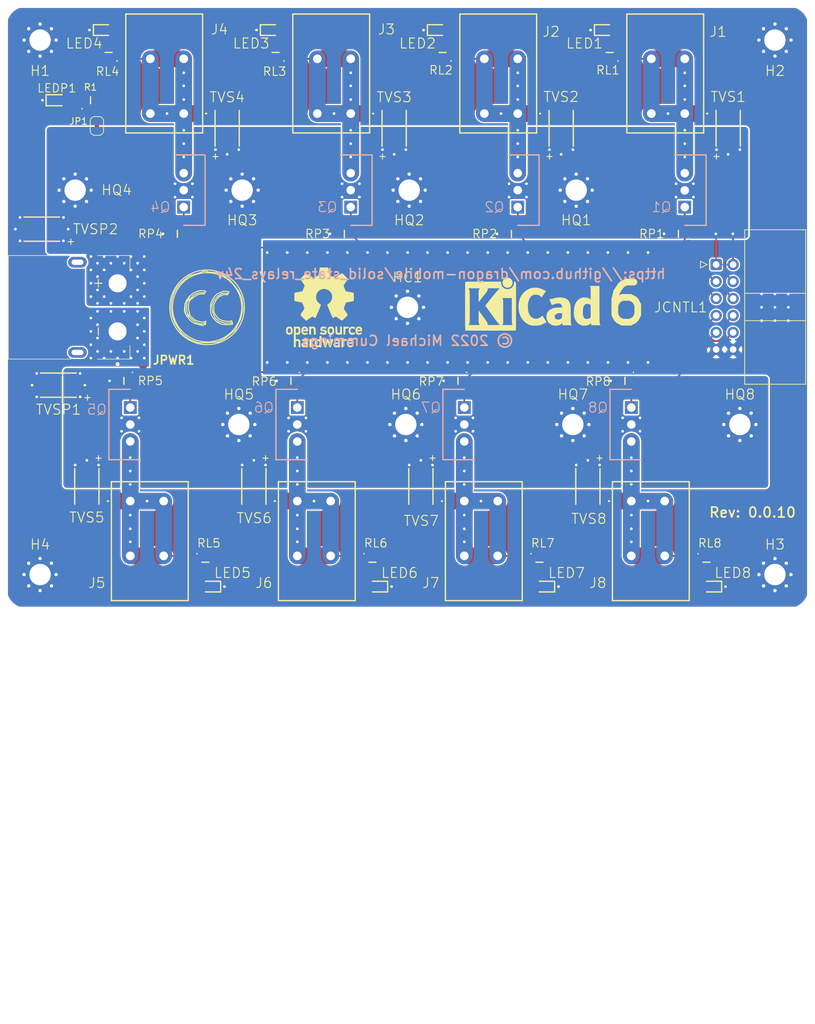
<source format=kicad_pcb>
(kicad_pcb (version 20211014) (generator pcbnew)
  (title_block (title "Solid State Relays 24V") (date "2022-07-13") (rev "0.0.10") (comment 2 "creativecommons.org/licenses/by/4.0/") (comment 3 "License: CC By 4.0") (comment 4 "Author: Michael Cummings"))
  (layers (0 "F.Cu" mixed) (31 "B.Cu" mixed) (34 "B.Paste" user) (35 "F.Paste" user) (36 "B.SilkS" user "B.Silkscreen") (37 "F.SilkS" user "F.Silkscreen") (38 "B.Mask" user) (39 "F.Mask" user) (44 "Edge.Cuts" user))
  (net 0 "")
  (net 1 "GNDPWR")
  (net 2 "+BATT")
  (net 3 "/a1")
  (net 4 "/a5")
  (net 5 "/a2")
  (net 6 "/a6")
  (net 7 "/a3")
  (net 8 "/a7")
  (net 9 "/a4")
  (net 10 "/a8")
  (net 11 "OUT1")
  (net 12 "OUT2")
  (net 13 "OUT3")
  (net 14 "OUT4")
  (net 15 "OUT5")
  (net 16 "OUT6")
  (net 17 "OUT7")
  (net 18 "OUT8")
  (net 19 "Net-(LED1-Pad2)")
  (net 20 "Net-(LED2-Pad2)")
  (net 21 "Net-(LED3-Pad2)")
  (net 22 "Net-(LED4-Pad2)")
  (net 23 "Net-(LED5-Pad2)")
  (net 24 "Net-(LED6-Pad2)")
  (net 25 "Net-(LED7-Pad2)")
  (net 26 "Net-(LED8-Pad2)")
  (net 27 "Net-(LEDP1-Pad2)")
  (net 28 "Net-(JP1-Pad2)")
  (footprint "MountingHole:MountingHole_3.2mm_M3_Pad_Via" (layer "F.Cu") (at 55 55)
    (fp_text reference "H1")
    (fp_text value "MountingHole" hide)
  )
  (footprint "dragon_mobile:RESC2012X65N" (layer "F.Cu") (at 150.55 84 180)
    (fp_text reference "RP1")
    (fp_text value "10k" hide)
  )
  (footprint "dragon_mobile:SMBJ36CATR" (layer "F.Cu") (at 83 68.2 90)
    (fp_text reference "TVS4")
    (fp_text value "SM6T30AY" hide)
  )
  (footprint "MountingHole:MountingHole_3.2mm_M3_Pad_Via" (layer "F.Cu") (at 55 135)
    (fp_text reference "H4")
    (fp_text value "MountingHole" hide)
  )
  (footprint "dragon_mobile:RESC2012X65N" (layer "F.Cu") (at 75.55 84 180)
    (fp_text reference "RP4")
    (fp_text value "10k" hide)
  )
  (footprint "dragon_mobile:SMBJ36CATR" (layer "F.Cu") (at 137 121.8 -90)
    (fp_text reference "TVS8")
    (fp_text value "SM6T30AY" hide)
  )
  (footprint "dragon_mobile:RESC2012X65N" (layer "F.Cu") (at 142.55 106 180)
    (fp_text reference "RP8")
    (fp_text value "10k" hide)
  )
  (footprint "MountingHole:MountingHole_3.2mm_M3_Pad_Via" (layer "F.Cu") (at 85.25 77.46)
    (fp_text reference "HQ3")
    (fp_text value "HeatsinkHole" hide)
  )
  (footprint "dragon_mobile:SMBJ36CATR" (layer "F.Cu") (at 108 68.2 90)
    (fp_text reference "TVS3")
    (fp_text value "SM6T30AY" hide)
  )
  (footprint "Jumper:SolderJumper-2_P1.3mm_Bridged_RoundedPad1.0x1.5mm" (layer "F.Cu") (at 63.5 67.85 90)
    (fp_text reference "JP1")
    (fp_text value "SolderJumper_2_Bridged" hide)
  )
  (footprint "dragon_mobile:RESC2012X65N" (layer "F.Cu") (at 117.55 106 180)
    (fp_text reference "RP7")
    (fp_text value "10k" hide)
  )
  (footprint "MountingHole:MountingHole_3.2mm_M3_Pad_Via" (layer "F.Cu") (at 165 55)
    (fp_text reference "H2")
    (fp_text value "MountingHole" hide)
  )
  (footprint "MountingHole:MountingHole_3.2mm_M3_Pad_Via" (layer "F.Cu") (at 60.25 77.46)
    (fp_text reference "HQ4")
    (fp_text value "HeatsinkHole" hide)
  )
  (footprint "dragon_mobile:RESC2012X65N" (layer "F.Cu") (at 100.55 84 180)
    (fp_text reference "RP3")
    (fp_text value "10k" hide)
  )
  (footprint "dragon_mobile:SMBJ36CATR" (layer "F.Cu") (at 62 121.8 -90)
    (fp_text reference "TVS5")
    (fp_text value "SM6T30AY" hide)
  )
  (footprint "dragon_mobile:RESC2012X65N" (layer "F.Cu") (at 129.75 133.15 -90)
    (fp_text reference "RL7")
    (fp_text value "1k5" hide)
  )
  (footprint "dragon_mobile:1190297" (layer "F.Cu") (at 101.5 66 180)
    (fp_text reference "J3")
    (fp_text value "1190297" hide)
  )
  (footprint "dragon_mobile:SMBJ36CATR" (layer "F.Cu") (at 133 68.2 90)
    (fp_text reference "TVS2")
    (fp_text value "SM6T30AY" hide)
  )
  (footprint "dragon_mobile:LEDC1607X80N" (layer "F.Cu") (at 105.5 136.8 180)
    (fp_text reference "LED6")
    (fp_text value "LTST-C190KFKT" hide)
  )
  (footprint "MountingHole:MountingHole_3.2mm_M3_Pad_Via" (layer "F.Cu") (at 165 135)
    (fp_text reference "H3")
    (fp_text value "MountingHole" hide)
  )
  (footprint "dragon_mobile:1190297" (layer "F.Cu") (at 76.5 66 180)
    (fp_text reference "J4")
    (fp_text value "1190297" hide)
  )
  (footprint "dragon_mobile:RESC2012X65N" (layer "F.Cu") (at 140.25 56.85 90)
    (fp_text reference "RL1")
    (fp_text value "1k5" hide)
  )
  (footprint "MountingHole:MountingHole_3.2mm_M3_Pad_Via" (layer "F.Cu") (at 109.75 112.54)
    (fp_text reference "HQ6")
    (fp_text value "HeatsinkHole" hide)
  )
  (footprint "dragon_mobile:1190297" (layer "F.Cu") (at 118.5 124)
    (fp_text reference "J7")
    (fp_text value "1190297" hide)
  )
  (footprint "dragon_mobile:RESC2012X65N" (layer "F.Cu") (at 104.75 133.15 -90)
    (fp_text reference "RL6")
    (fp_text value "1k5" hide)
  )
  (footprint "dragon_mobile:SMBJ36CATR" (layer "F.Cu") (at 112 121.8 -90)
    (fp_text reference "TVS7")
    (fp_text value "SM6T30AY" hide)
  )
  (footprint "dragon_mobile:RESC2012X65N" (layer "F.Cu") (at 154.75 133.15 -90)
    (fp_text reference "RL8")
    (fp_text value "1k5" hide)
  )
  (footprint "dragon_mobile:LEDC1607X80N" (layer "F.Cu") (at 114.5 53.5)
    (fp_text reference "LED2")
    (fp_text value "LTST-C190KFKT" hide)
  )
  (footprint "dragon_mobile:LEDC1607X80N" (layer "F.Cu") (at 155.5 136.8 180)
    (fp_text reference "LED8")
    (fp_text value "LTST-C190KFKT" hide)
  )
  (footprint "dragon_mobile:1190297" (layer "F.Cu") (at 151.5 66 180)
    (fp_text reference "J1")
    (fp_text value "1190297" hide)
  )
  (footprint "dragon_mobile:RESC2012X65N" (layer "F.Cu") (at 125.55 84 180)
    (fp_text reference "RP2")
    (fp_text value "10k" hide)
  )
  (footprint "dragon_mobile:1190297" (layer "F.Cu") (at 126.5 66 180)
    (fp_text reference "J2")
    (fp_text value "1190297" hide)
  )
  (footprint "dragon_mobile:RESC2012X65N" (layer "F.Cu") (at 92.55 106 180)
    (fp_text reference "RP6")
    (fp_text value "10k" hide)
  )
  (footprint "Connector_IDC:IDC-Header_2x06_P2.54mm_Horizontal" (layer "F.Cu") (at 156.2 88.6)
    (fp_text reference "JCNTL1")
    (fp_text value "Conn_02x06_Odd_Even" hide)
  )
  (footprint "MountingHole:MountingHole_3.2mm_M3_Pad_Via" (layer "F.Cu") (at 134.75 112.54)
    (fp_text reference "HQ7")
    (fp_text value "HeatsinkHole" hide)
  )
  (footprint "MountingHole:MountingHole_3.2mm_M3_Pad_Via" (layer "F.Cu") (at 84.75 112.54)
    (fp_text reference "HQ5")
    (fp_text value "HeatsinkHole" hide)
  )
  (footprint "dragon_mobile:RESC2012X65N" (layer "F.Cu") (at 79.75 133.15 -90)
    (fp_text reference "RL5")
    (fp_text value "1k5" hide)
  )
  (footprint "dragon_mobile:1190297" (layer "F.Cu") (at 68.5 124)
    (fp_text reference "J5")
    (fp_text value "1190297" hide)
  )
  (footprint "dragon_mobile:XT60PWM" (layer "F.Cu") (at 66.6 95 90)
    (fp_text reference "JPWR1")
    (fp_text value "XT60PW-M" hide)
  )
  (footprint "dragon_mobile:SMBJ36CATR" (layer "F.Cu") (at 158 68.2 90)
    (fp_text reference "TVS1")
    (fp_text value "SM6T30AY" hide)
  )
  (footprint "Symbol:Symbol_CreativeCommons_SilkScreenTop_Type2_Big" (layer "F.Cu") (at 80 95)
    (fp_text reference "#LOGO2" hide)
    (fp_text value "Symbol_CreativeCommons_SilkScreenTop_Type2_Big" hide)
  )
  (footprint "dragon_mobile:LEDC1607X80N" (layer "F.Cu") (at 64.5 53.5)
    (fp_text reference "LED4")
    (fp_text value "LTST-C190KFKT" hide)
  )
  (footprint "dragon_mobile:LEDC1608X80N" (layer "F.Cu") (at 57.5 64)
    (fp_text reference "LEDP1")
    (fp_text value "LTST-C190KGKT" hide)
  )
  (footprint "MountingHole:MountingHole_3.2mm_M3_Pad_Via" (layer "F.Cu") (at 110 95)
    (fp_text reference "HC1")
    (fp_text value "MountingHole" hide)
  )
  (footprint "dragon_mobile:RESC2012X65N" (layer "F.Cu") (at 90.25 56.85 90)
    (fp_text reference "RL3")
    (fp_text value "1k5" hide)
  )
  (footprint "dragon_mobile:RESC2012X65N" (layer "F.Cu") (at 67.55 106 180)
    (fp_text reference "RP5")
    (fp_text value "10k" hide)
  )
  (footprint "dragon_mobile:LEDC1607X80N" (layer "F.Cu") (at 89.5 53.5)
    (fp_text reference "LED3")
    (fp_text value "LTST-C190KFKT" hide)
  )
  (footprint "Symbol:OSHW-Logo_11.4x12mm_SilkScreen" (layer "F.Cu") (at 97.5 95)
    (fp_text reference "#LOGO1" hide)
    (fp_text value "Open Source Hardware" hide)
  )
  (footprint "dragon_mobile:RESC2012X65N" (layer "F.Cu") (at 65.25 56.85 90)
    (fp_text reference "RL4")
    (fp_text value "1k5" hide)
  )
  (footprint "dragon_mobile:LEDC1607X80N" (layer "F.Cu") (at 139.5 53.5)
    (fp_text reference "LED1")
    (fp_text value "LTST-C190KFKT" hide)
  )
  (footprint "dragon_mobile:1190297" (layer "F.Cu") (at 93.5 124)
    (fp_text reference "J6")
    (fp_text value "1190297" hide)
  )
  (footprint "dragon_mobile:RESC2012X65N" (layer "F.Cu") (at 62.55 64)
    (fp_text reference "R1")
    (fp_text value "1k5" hide)
  )
  (footprint "dragon_mobile:1190297" (layer "F.Cu") (at 143.5 124)
    (fp_text reference "J8")
    (fp_text value "1190297" hide)
  )
  (footprint "MountingHole:MountingHole_3.2mm_M3_Pad_Via" (layer "F.Cu") (at 159.75 112.54)
    (fp_text reference "HQ8")
    (fp_text value "HeatsinkHole" hide)
  )
  (footprint "dragon_mobile:LEDC1607X80N" (layer "F.Cu") (at 130.5 136.8 180)
    (fp_text reference "LED7")
    (fp_text value "LTST-C190KFKT" hide)
  )
  (footprint "dragon_mobile:SMBJ36CATR" (layer "F.Cu") (at 57.75 106.65 180)
    (fp_text reference "TVSP1")
    (fp_text value "SM6T30AY" hide)
  )
  (footprint "dragon_mobile:SMBJ36CATR" (layer "F.Cu") (at 87 121.8 -90)
    (fp_text reference "TVS6")
    (fp_text value "SM6T30AY" hide)
  )
  (footprint "Symbol:KiCad-Logo_8mm_SilkScreen" (layer "F.Cu") (at 128.75 94.5)
    (fp_text reference "#LOGO3" hide)
    (fp_text value "6")
  )
  (footprint "MountingHole:MountingHole_3.2mm_M3_Pad_Via" (layer "F.Cu") (at 135.25 77.46)
    (fp_text reference "HQ1")
    (fp_text value "HeatsinkHole" hide)
  )
  (footprint "dragon_mobile:LEDC1607X80N" (layer "F.Cu") (at 80.5 136.8 180)
    (fp_text reference "LED5")
    (fp_text value "LTST-C190KFKT" hide)
  )
  (footprint "dragon_mobile:RESC2012X65N" (layer "F.Cu") (at 115.25 56.85 90)
    (fp_text reference "RL2")
    (fp_text value "1k5" hide)
  )
  (footprint "dragon_mobile:SMBJ36CATR" (layer "F.Cu") (at 55.25 83.3 180)
    (fp_text reference "TVSP2")
    (fp_text value "SM6T30AY" hide)
  )
  (footprint "MountingHole:MountingHole_3.2mm_M3_Pad_Via" (layer "F.Cu") (at 110.25 77.46)
    (fp_text reference "HQ2")
    (fp_text value "HeatsinkHole" hide)
  )
  (footprint "dragon_mobile:TO254P469X1042X1967-3P" (layer "B.Cu") (at 143.5 110 -90)
    (fp_text reference "Q8")
    (fp_text value "IRF4905PBF" hide)
  )
  (footprint "dragon_mobile:TO254P469X1042X1967-3P" (layer "B.Cu") (at 151.5 80 90)
    (fp_text reference "Q1")
    (fp_text value "IRF4905PBF" hide)
  )
  (footprint "dragon_mobile:TO254P469X1042X1967-3P" (layer "B.Cu") (at 76.5 80 90)
    (fp_text reference "Q4")
    (fp_text value "IRF4905PBF" hide)
  )
  (footprint "dragon_mobile:TO254P469X1042X1967-3P" (layer "B.Cu") (at 68.5 110 -90)
    (fp_text reference "Q5")
    (fp_text value "IRF4905PBF" hide)
  )
  (footprint "dragon_mobile:TO254P469X1042X1967-3P" (layer "B.Cu") (at 101.5 80 90)
    (fp_text reference "Q3")
    (fp_text value "IRF4905PBF" hide)
  )
  (footprint "dragon_mobile:TO254P469X1042X1967-3P" (layer "B.Cu") (at 126.5 80 90)
    (fp_text reference "Q2")
    (fp_text value "IRF4905PBF" hide)
  )
  (footprint "dragon_mobile:TO254P469X1042X1967-3P" (layer "B.Cu") (at 118.5 110 -90)
    (fp_text reference "Q7")
    (fp_text value "IRF4905PBF" hide)
  )
  (footprint "dragon_mobile:TO254P469X1042X1967-3P" (layer "B.Cu") (at 93.5 110 -90)
    (fp_text reference "Q6")
    (fp_text value "IRF4905PBF" hide)
  )
  (gr_rect (start 50 50) (end 170 140) (layer "Edge.Cuts") (width 0.001) (fill none))
  (gr_text "© 2022 Michael Cummings" (at 110 100) (layer "B.SilkS") (effects (font (size 1.5 1.5) (thickness 0.25)) (justify mirror)))
  (gr_text "https://github.com/dragon-mobile/solid_state_relays_24v" (at 115 90) (layer "B.SilkS") (effects (font (size 1.5 1.5) (thickness 0.25)) (justify mirror)))
  (gr_text "+" (at 88.75 117.5) (layer "F.SilkS") (effects (font (size 1 1))))
  (gr_text "Rev: 0.0.10" (at 161.65 125.7) (layer "F.SilkS") (effects (font (size 1.5 1.5) (thickness 0.25))))
  (gr_text "+" (at 131.25 72.5 180) (layer "F.SilkS") (effects (font (size 1 1))))
  (gr_text "+" (at 106.25 72.5 180) (layer "F.SilkS") (effects (font (size 1 1))))
  (gr_text "+" (at 113.75 117.5) (layer "F.SilkS") (effects (font (size 1 1))))
  (gr_text "+" (at 63.75 117.5) (layer "F.SilkS") (effects (font (size 1 1))))
  (gr_text "+" (at 138.75 117.5) (layer "F.SilkS") (effects (font (size 1 1))))
  (gr_text "+" (at 156.25 72.5 180) (layer "F.SilkS") (effects (font (size 1 1))))
  (gr_text "+" (at 62.1 108.45) (layer "F.SilkS") (effects (font (size 1 1))))
  (gr_text "+" (at 81.25 72.5 180) (layer "F.SilkS") (effects (font (size 1 1))))
  (gr_text "+" (at 59.6 85.1) (layer "F.SilkS") (effects (font (size 1 1))))
  (via (at 63.6 95.6) (size 0.8) (drill 0.4) (layers "F.Cu" "B.Cu") (net 1))
  (via (at 125 86.8) (size 0.8) (drill 0.4) (layers "F.Cu" "B.Cu") (net 1))
  (via (at 64.6 102.6) (size 0.8) (drill 0.4) (layers "F.Cu" "B.Cu") (net 1))
  (via (at 52 81.55) (size 0.8) (drill 0.4) (layers "F.Cu" "B.Cu") (net 1))
  (via (at 104 103.25) (size 0.8) (drill 0.4) (layers "F.Cu" "B.Cu") (net 1))
  (via (at 98 86.8) (size 0.8) (drill 0.4) (layers "F.Cu" "B.Cu") (net 1))
  (via (at 62.6 102.6) (size 0.8) (drill 0.4) (layers "F.Cu" "B.Cu") (net 1))
  (via (at 167 93) (size 0.8) (drill 0.4) (layers "F.Cu" "B.Cu") (net 1))
  (via (at 89 103.25) (size 0.8) (drill 0.4) (layers "F.Cu" "B.Cu") (net 1))
  (via (at 146 86.8) (size 0.8) (drill 0.4) (layers "F.Cu" "B.Cu") (net 1))
  (via (at 70.6 100.6) (size 0.8) (drill 0.4) (layers "F.Cu" "B.Cu") (net 1))
  (via (at 112.4 53.5) (size 0.8) (drill 0.4) (layers "F.Cu" "B.Cu") (net 1))
  (via (at 62.6 100.6) (size 0.8) (drill 0.4) (layers "F.Cu" "B.Cu") (net 1))
  (via (at 110 103.25) (size 0.8) (drill 0.4) (layers "F.Cu" "B.Cu") (net 1))
  (via (at 54.5 104.9) (size 0.8) (drill 0.4) (layers "F.Cu" "B.Cu") (net 1))
  (via (at 113 86.8) (size 0.8) (drill 0.4) (layers "F.Cu" "B.Cu") (net 1))
  (via (at 163 93) (size 0.8) (drill 0.4) (layers "F.Cu" "B.Cu") (net 1))
  (via (at 69.6 95.6) (size 0.8) (drill 0.4) (layers "F.Cu" "B.Cu") (net 1))
  (via (at 82.6 136.8) (size 0.8) (drill 0.4) (layers "F.Cu" "B.Cu") (net 1))
  (via (at 62.4 53.5) (size 0.8) (drill 0.4) (layers "F.Cu" "B.Cu") (net 1))
  (via (at 116 86.8) (size 0.8) (drill 0.4) (layers "F.Cu" "B.Cu") (net 1))
  (via (at 116 103.25) (size 0.8) (drill 0.4) (layers "F.Cu" "B.Cu") (net 1))
  (via (at 63.6 99.6) (size 0.8) (drill 0.4) (layers "F.Cu" "B.Cu") (net 1))
  (via (at 70.6 102.6) (size 0.8) (drill 0.4) (layers "F.Cu" "B.Cu") (net 1))
  (via (at 143 103.25) (size 0.8) (drill 0.4) (layers "F.Cu" "B.Cu") (net 1))
  (via (at 63.6 101.6) (size 0.8) (drill 0.4) (layers "F.Cu" "B.Cu") (net 1))
  (via (at 104 86.8) (size 0.8) (drill 0.4) (layers "F.Cu" "B.Cu") (net 1))
  (via (at 107 103.25) (size 0.8) (drill 0.4) (layers "F.Cu" "B.Cu") (net 1))
  (via (at 87.4 53.5) (size 0.8) (drill 0.4) (layers "F.Cu" "B.Cu") (net 1))
  (via (at 63.6 97.6) (size 0.8) (drill 0.4) (layers "F.Cu" "B.Cu") (net 1))
  (via (at 51.3 83.3) (size 0.8) (drill 0.4) (layers "F.Cu" "B.Cu") (net 1))
  (via (at 131 86.8) (size 0.8) (drill 0.4) (layers "F.Cu" "B.Cu") (net 1))
  (via (at 54.5 108.4) (size 0.8) (drill 0.4) (layers "F.Cu" "B.Cu") (net 1))
  (via (at 132.6 136.8) (size 0.8) (drill 0.4) (layers "F.Cu" "B.Cu") (net 1))
  (via (at 52 85.05) (size 0.8) (drill 0.4) (layers "F.Cu" "B.Cu") (net 1))
  (via (at 163 97) (size 0.8) (drill 0.4) (layers "F.Cu" "B.Cu") (net 1))
  (via (at 101 86.8) (size 0.8) (drill 0.4) (layers "F.Cu" "B.Cu") (net 1))
  (via (at 70.6 96.6) (size 0.8) (drill 0.4) (layers "F.Cu" "B.Cu") (net 1))
  (via (at 68.6 102.6) (size 0.8) (drill 0.4) (layers "F.Cu" "B.Cu") (net 1))
  (via (at 134 86.8) (size 0.8) (drill 0.4) (layers "F.Cu" "B.Cu") (net 1))
  (via (at 62.6 98.6) (size 0.8) (drill 0.4) (layers "F.Cu" "B.Cu") (net 1))
  (via (at 101 103.25) (size 0.8) (drill 0.4) (layers "F.Cu" "B.Cu") (net 1))
  (via (at 107.6 136.8) (size 0.8) (drill 0.4) (layers "F.Cu" "B.Cu") (net 1))
  (via (at 157.6 136.8) (size 0.8) (drill 0.4) (layers "F.Cu" "B.Cu") (net 1))
  (via (at 95 86.8) (size 0.8) (drill 0.4) (layers "F.Cu" "B.Cu") (net 1))
  (via (at 107 86.8) (size 0.8) (drill 0.4) (layers "F.Cu" "B.Cu") (net 1))
  (via (at 163 95) (size 0.8) (drill 0.4) (layers "F.Cu" "B.Cu") (net 1))
  (via (at 65.6 95.6) (size 0.8) (drill 0.4) (layers "F.Cu" "B.Cu") (net 1))
  (via (at 67.6 95.6) (size 0.8) (drill 0.4) (layers "F.Cu" "B.Cu") (net 1))
  (via (at 122 103.25) (size 0.8) (drill 0.4) (layers "F.Cu" "B.Cu") (net 1))
  (via (at 55.35 64) (size 0.8) (drill 0.4) (layers "F.Cu" "B.Cu") (net 1))
  (via (at 165 97) (size 0.8) (drill 0.4) (layers "F.Cu" "B.Cu") (net 1))
  (via (at 110 86.8) (size 0.8) (drill 0.4) (layers "F.Cu" "B.Cu") (net 1))
  (via (at 95 103.25) (size 0.8) (drill 0.4) (layers "F.Cu" "B.Cu") (net 1))
  (via (at 131 103.25) (size 0.8) (drill 0.4) (layers "F.Cu" "B.Cu") (net 1))
  (via (at 67.6 101.6) (size 0.8) (drill 0.4) (layers "F.Cu" "B.Cu") (net 1))
  (via (at 140 86.8) (size 0.8) (drill 0.4) (layers "F.Cu" "B.Cu") (net 1))
  (via (at 119 103.25) (size 0.8) (drill 0.4) (layers "F.Cu" "B.Cu") (net 1))
  (via (at 137 86.8) (size 0.8) (drill 0.4) (layers "F.Cu" "B.Cu") (net 1))
  (via (at 119 86.8) (size 0.8) (drill 0.4) (layers "F.Cu" "B.Cu") (net 1))
  (via (at 146 103.25) (size 0.8) (drill 0.4) (layers "F.Cu" "B.Cu") (net 1))
  (via (at 137 103.25) (size 0.8) (drill 0.4) (layers "F.Cu" "B.Cu") (net 1))
  (via (at 165 93) (size 0.8) (drill 0.4) (layers "F.Cu" "B.Cu") (net 1))
  (via (at 69.6 97.6) (size 0.8) (drill 0.4) (layers "F.Cu" "B.Cu") (net 1))
  (via (at 165 95) (size 0.8) (drill 0.4) (layers "F.Cu" "B.Cu") (net 1))
  (via (at 113 103.25) (size 0.8) (drill 0.4) (layers "F.Cu" "B.Cu") (net 1))
  (via (at 92 86.8) (size 0.8) (drill 0.4) (layers "F.Cu" "B.Cu") (net 1))
  (via (at 137.4 53.5) (size 0.8) (drill 0.4) (layers "F.Cu" "B.Cu") (net 1))
  (via (at 66.6 102.6) (size 0.8) (drill 0.4) (layers "F.Cu" "B.Cu") (net 1))
  (via (at 128 86.8) (size 0.8) (drill 0.4) (layers "F.Cu" "B.Cu") (net 1))
  (via (at 69.6 101.6) (size 0.8) (drill 0.4) (layers "F.Cu" "B.Cu") (net 1))
  (via (at 167 95) (size 0.8) (drill 0.4) (layers "F.Cu" "B.Cu") (net 1))
  (via (at 62.6 96.6) (size 0.8) (drill 0.4) (layers "F.Cu" "B.Cu") (net 1))
  (via (at 53.8 106.65) (size 0.8) (drill 0.4) (layers "F.Cu" "B.Cu") (net 1))
  (via (at 140 103.25) (size 0.8) (drill 0.4) (layers "F.Cu" "B.Cu") (net 1))
  (via (at 125 103.25) (size 0.8) (drill 0.4) (layers "F.Cu" "B.Cu") (net 1))
  (via (at 92 103.25) (size 0.8) (drill 0.4) (layers "F.Cu" "B.Cu") (net 1))
  (via (at 167 97) (size 0.8) (drill 0.4) (layers "F.Cu" "B.Cu") (net 1))
  (via (at 69.6 99.6) (size 0.8) (drill 0.4) (layers "F.Cu" "B.Cu") (net 1))
  (via (at 143 86.8) (size 0.8) (drill 0.4) (layers "F.Cu" "B.Cu") (net 1))
  (via (at 89 86.8) (size 0.8) (drill 0.4) (layers "F.Cu" "B.Cu") (net 1))
  (via (at 98 103.25) (size 0.8) (drill 0.4) (layers "F.Cu" "B.Cu") (net 1))
  (via (at 65.6 101.6) (size 0.8) (drill 0.4) (layers "F.Cu" "B.Cu") (net 1))
  (via (at 122 86.8) (size 0.8) (drill 0.4) (layers "F.Cu" "B.Cu") (net 1))
  (via (at 128 103.25) (size 0.8) (drill 0.4) (layers "F.Cu" "B.Cu") (net 1))
  (via (at 70.6 98.6) (size 0.8) (drill 0.4) (layers "F.Cu" "B.Cu") (net 1))
  (via (at 134 103.25) (size 0.8) (drill 0.4) (layers "F.Cu" "B.Cu") (net 1))
  (segment (start 158.74 88.6) (end 158.74 84.01) (width 0.25) (layer "F.Cu") (net 2))
  (via (at 73.4 84) (size 0.8) (drill 0.4) (layers "F.Cu" "B.Cu") (net 2))
  (via (at 142.2 111.55) (size 0.8) (drill 0.4) (layers "F.Cu" "B.Cu") (net 2))
  (via (at 64.6 87.4) (size 0.8) (drill 0.4) (layers "F.Cu" "B.Cu") (net 2))
  (via (at 94.8 111.55) (size 0.8) (drill 0.4) (layers "F.Cu" "B.Cu") (net 2))
  (via (at 61 108.4) (size 0.8) (drill 0.4) (layers "F.Cu" "B.Cu") (net 2))
  (via (at 69.8 113.55) (size 0.8) (drill 0.4) (layers "F.Cu" "B.Cu") (net 2))
  (via (at 150.2 76.5) (size 0.8) (drill 0.4) (layers "F.Cu" "B.Cu") (net 2))
  (via (at 135.25 118.6) (size 0.8) (drill 0.4) (layers "F.Cu" "B.Cu") (net 2))
  (via (at 127.8 76.5) (size 0.8) (drill 0.4) (layers "F.Cu" "B.Cu") (net 2))
  (via (at 152.8 78.5) (size 0.8) (drill 0.4) (layers "F.Cu" "B.Cu") (net 2))
  (via (at 68.6 93.4) (size 0.8) (drill 0.4) (layers "F.Cu" "B.Cu") (net 2))
  (via (at 81.25 71.4) (size 0.8) (drill 0.4) (layers "F.Cu" "B.Cu") (net 2))
  (via (at 58.5 81.55) (size 0.8) (drill 0.4) (layers "F.Cu" "B.Cu") (net 2))
  (via (at 63.6 88.4) (size 0.8) (drill 0.4) (layers "F.Cu" "B.Cu") (net 2))
  (via (at 68.6 89.4) (size 0.8) (drill 0.4) (layers "F.Cu" "B.Cu") (net 2))
  (via (at 63.6 90.4) (size 0.8) (drill 0.4) (layers "F.Cu" "B.Cu") (net 2))
  (via (at 87 117.9) (size 0.8) (drill 0.4) (layers "F.Cu" "B.Cu") (net 2))
  (via (at 119.8 113.55) (size 0.8) (drill 0.4) (layers "F.Cu" "B.Cu") (net 2))
  (via (at 68.6 87.4) (size 0.8) (drill 0.4) (layers "F.Cu" "B.Cu") (net 2))
  (via (at 133 72.1) (size 0.8) (drill 0.4) (layers "F.Cu" "B.Cu") (net 2))
  (via (at 138.75 118.6) (size 0.8) (drill 0.4) (layers "F.Cu" "B.Cu") (net 2))
  (via (at 64.6 89.4) (size 0.8) (drill 0.4) (layers "F.Cu" "B.Cu") (net 2))
  (via (at 69.6 88.4) (size 0.8) (drill 0.4) (layers "F.Cu" "B.Cu") (net 2))
  (via (at 63.6 92.4) (size 0.8) (drill 0.4) (layers "F.Cu" "B.Cu") (net 2))
  (via (at 70.6 89.4) (size 0.8) (drill 0.4) (layers "F.Cu" "B.Cu") (net 2))
  (via (at 62.6 89.4) (size 0.8) (drill 0.4) (layers "F.Cu" "B.Cu") (net 2))
  (via (at 94.8 113.55) (size 0.8) (drill 0.4) (layers "F.Cu" "B.Cu") (net 2))
  (via (at 148.4 84) (size 0.8) (drill 0.4) (layers "F.Cu" "B.Cu") (net 2))
  (via (at 144.8 111.55) (size 0.8) (drill 0.4) (layers "F.Cu" "B.Cu") (net 2))
  (via (at 140.4 106) (size 0.8) (drill 0.4) (layers "F.Cu" "B.Cu") (net 2))
  (via (at 62 117.9) (size 0.8) (drill 0.4) (layers "F.Cu" "B.Cu") (net 2))
  (via (at 125.2 78.5) (size 0.8) (drill 0.4) (layers "F.Cu" "B.Cu") (net 2))
  (via (at 102.8 78.5) (size 0.8) (drill 0.4) (layers "F.Cu" "B.Cu") (net 2))
  (via (at 119.8 111.55) (size 0.8) (drill 0.4) (layers "F.Cu" "B.Cu") (net 2))
  (via (at 150.2 78.5) (size 0.8) (drill 0.4) (layers "F.Cu" "B.Cu") (net 2))
  (via (at 84.75 71.4) (size 0.8) (drill 0.4) (layers "F.Cu" "B.Cu") (net 2))
  (via (at 131.25 71.4) (size 0.8) (drill 0.4) (layers "F.Cu" "B.Cu") (net 2))
  (via (at 77.8 78.5) (size 0.8) (drill 0.4) (layers "F.Cu" "B.Cu") (net 2))
  (via (at 69.6 94.4) (size 0.8) (drill 0.4) (layers "F.Cu" "B.Cu") (net 2))
  (via (at 92.2 113.55) (size 0.8) (drill 0.4) (layers "F.Cu" "B.Cu") (net 2))
  (via (at 77.8 76.5) (size 0.8) (drill 0.4) (layers "F.Cu" "B.Cu") (net 2))
  (via (at 75.2 76.5) (size 0.8) (drill 0.4) (layers "F.Cu" "B.Cu") (net 2))
  (via (at 144.8 113.55) (size 0.8) (drill 0.4) (layers "F.Cu" "B.Cu") (net 2))
  (via (at 67.2 113.55) (size 0.8) (drill 0.4) (layers "F.Cu" "B.Cu") (net 2))
  (via (at 115.4 106) (size 0.8) (drill 0.4) (layers "F.Cu" "B.Cu") (net 2))
  (via (at 100.2 78.5) (size 0.8) (drill 0.4) (layers "F.Cu" "B.Cu") (net 2))
  (via (at 83 72.1) (size 0.8) (drill 0.4) (layers "F.Cu" "B.Cu") (net 2))
  (via (at 65.4 106) (size 0.8) (drill 0.4) (layers "F.Cu" "B.Cu") (net 2))
  (via (at 61.7 106.65) (size 0.8) (drill 0.4) (layers "F.Cu" "B.Cu") (net 2))
  (via (at 156.25 71.4) (size 0.8) (drill 0.4) (layers "F.Cu" "B.Cu") (net 2))
  (via (at 125.2 76.5) (size 0.8) (drill 0.4) (layers "F.Cu" "B.Cu") (net 2))
  (via (at 156.15 84) (size 0.8) (drill 0.4) (layers "F.Cu" "B.Cu") (net 2))
  (via (at 100.2 76.5) (size 0.8) (drill 0.4) (layers "F.Cu" "B.Cu") (net 2))
  (via (at 63.6 94.4) (size 0.8) (drill 0.4) (layers "F.Cu" "B.Cu") (net 2))
  (via (at 142.2 113.55) (size 0.8) (drill 0.4) (layers "F.Cu" "B.Cu") (net 2))
  (via (at 59.2 83.3) (size 0.8) (drill 0.4) (layers "F.Cu" "B.Cu") (net 2))
  (via (at 60.25 118.6) (size 0.8) (drill 0.4) (layers "F.Cu" "B.Cu") (net 2))
  (via (at 110.25 118.6) (size 0.8) (drill 0.4) (layers "F.Cu" "B.Cu") (net 2))
  (via (at 106.25 71.4) (size 0.8) (drill 0.4) (layers "F.Cu" "B.Cu") (net 2))
  (via (at 127.8 78.5) (size 0.8) (drill 0.4) (layers "F.Cu" "B.Cu") (net 2))
  (via (at 75.2 78.5) (size 0.8) (drill 0.4) (layers "F.Cu" "B.Cu") (net 2))
  (via (at 108 72.1) (size 0.8) (drill 0.4) (layers "F.Cu" "B.Cu") (net 2))
  (via (at 67.6 94.4) (size 0.8) (drill 0.4) (layers "F.Cu" "B.Cu") (net 2))
  (via (at 123.4 84) (size 0.8) (drill 0.4) (layers "F.Cu" "B.Cu") (net 2))
  (via (at 85.25 118.6) (size 0.8) (drill 0.4) (layers "F.Cu" "B.Cu") (net 2))
  (via (at 70.6 91.4) (size 0.8) (drill 0.4) (layers "F.Cu" "B.Cu") (net 2))
  (via (at 70.6 93.4) (size 0.8) (drill 0.4) (layers "F.Cu" "B.Cu") (net 2))
  (via (at 117.2 111.55) (size 0.8) (drill 0.4) (layers "F.Cu" "B.Cu") (net 2))
  (via (at 152.8 76.5) (size 0.8) (drill 0.4) (layers "F.Cu" "B.Cu") (net 2))
  (via (at 70.6 87.4) (size 0.8) (drill 0.4) (layers "F.Cu" "B.Cu") (net 2))
  (via (at 67.2 111.55) (size 0.8) (drill 0.4) (layers "F.Cu" "B.Cu") (net 2))
  (via (at 92.2 111.55) (size 0.8) (drill 0.4) (layers "F.Cu" "B.Cu") (net 2))
  (via (at 64.6 93.4) (size 0.8) (drill 0.4) (layers "F.Cu" "B.Cu") (net 2))
  (via (at 69.6 92.4) (size 0.8) (drill 0.4) (layers "F.Cu" "B.Cu") (net 2))
  (via (at 65.6 94.4) (size 0.8) (drill 0.4) (layers "F.Cu" "B.Cu") (net 2))
  (via (at 90.4 106) (size 0.8) (drill 0.4) (layers "F.Cu" "B.Cu") (net 2))
  (via (at 158.7 84) (size 0.8) (drill 0.4) (layers "F.Cu" "B.Cu") (net 2))
  (via (at 65.6 88.4) (size 0.8) (drill 0.4) (layers "F.Cu" "B.Cu") (net 2))
  (via (at 62.6 93.4) (size 0.8) (drill 0.4) (layers "F.Cu" "B.Cu") (net 2))
  (via (at 112 117.9) (size 0.8) (drill 0.4) (layers "F.Cu" "B.Cu") (net 2))
  (via (at 159.75 71.4) (size 0.8) (drill 0.4) (layers "F.Cu" "B.Cu") (net 2))
  (via (at 69.8 111.55) (size 0.8) (drill 0.4) (layers "F.Cu" "B.Cu") (net 2))
  (via (at 67.6 88.4) (size 0.8) (drill 0.4) (layers "F.Cu" "B.Cu") (net 2))
  (via (at 109.75 71.4) (size 0.8) (drill 0.4) (layers "F.Cu" "B.Cu") (net 2))
  (via (at 63.75 118.6) (size 0.8) (drill 0.4) (layers "F.Cu" "B.Cu") (net 2))
  (via (at 69.6 90.4) (size 0.8) (drill 0.4) (layers "F.Cu" "B.Cu") (net 2))
  (via (at 98.4 84) (size 0.8) (drill 0.4) (layers "F.Cu" "B.Cu") (net 2))
  (via (at 134.75 71.4) (size 0.8) (drill 0.4) (layers "F.Cu" "B.Cu") (net 2))
  (via (at 88.75 118.6) (size 0.8) (drill 0.4) (layers "F.Cu" "B.Cu") (net 2))
  (via (at 62.6 91.4) (size 0.8) (drill 0.4) (layers "F.Cu" "B.Cu") (net 2))
  (via (at 113.75 118.6) (size 0.8) (drill 0.4) (layers "F.Cu" "B.Cu") (net 2))
  (via (at 137 117.9) (size 0.8) (drill 0.4) (layers "F.Cu" "B.Cu") (net 2))
  (via (at 102.8 76.5) (size 0.8) (drill 0.4) (layers "F.Cu" "B.Cu") (net 2))
  (via (at 61 104.9) (size 0.8) (drill 0.4) (layers "F.Cu" "B.Cu") (net 2))
  (via (at 58.5 85.05) (size 0.8) (drill 0.4) (layers "F.Cu" "B.Cu") (net 2))
  (via (at 66.6 87.4) (size 0.8) (drill 0.4) (layers "F.Cu" "B.Cu") (net 2))
  (via (at 117.2 113.55) (size 0.8) (drill 0.4) (layers "F.Cu" "B.Cu") (net 2))
  (via (at 158 72.1) (size 0.8) (drill 0.4) (layers "F.Cu" "B.Cu") (net 2))
  (via (at 62.6 87.4) (size 0.8) (drill 0.4) (layers "F.Cu" "B.Cu") (net 2))
  (segment (start 158.74 88.6) (end 156.2 88.6) (width 0.25) (layer "B.Cu") (net 2))
  (segment (start 156.2 88.6) (end 156.2 84) (width 0.25) (layer "B.Cu") (net 2))
  (segment (start 157.565489 89.965489) (end 155.552996 89.965489) (width 0.25) (layer "F.Cu") (net 3))
  (segment (start 155.552996 89.965489) (end 151.5 85.912493) (width 0.25) (layer "F.Cu") (net 3))
  (segment (start 151.5 85.912493) (end 151.5 80) (width 0.25) (layer "F.Cu") (net 3))
  (segment (start 158.74 91.14) (end 157.565489 89.965489) (width 0.25) (layer "F.Cu") (net 3))
  (segment (start 68.5 106) (end 69.8 104.7) (width 0.25) (layer "F.Cu") (net 4))
  (segment (start 148.41904 104.00096) (end 156.2 96.22) (width 0.25) (layer "F.Cu") (net 4))
  (segment (start 94.164282 104.7) (end 94.863323 104.00096) (width 0.25) (layer "F.Cu") (net 4))
  (segment (start 68.5 110) (end 68.5 106) (width 0.25) (layer "F.Cu") (net 4))
  (segment (start 69.8 104.7) (end 94.164282 104.7) (width 0.25) (layer "F.Cu") (net 4))
  (segment (start 94.863323 104.00096) (end 148.41904 104.00096) (width 0.25) (layer "F.Cu") (net 4))
  (segment (start 126.5 80) (end 126.5 84) (width 0.25) (layer "F.Cu") (net 5))
  (segment (start 150.014282 85.15) (end 127.65 85.15) (width 0.25) (layer "F.Cu") (net 5))
  (segment (start 127.65 85.15) (end 126.5 84) (width 0.25) (layer "F.Cu") (net 5))
  (segment (start 156.054282 91.14) (end 150.064282 85.15) (width 0.25) (layer "F.Cu") (net 5))
  (segment (start 93.5 110) (end 93.5 106) (width 0.25) (layer "F.Cu") (net 6))
  (segment (start 155.025489 98.324511) (end 148.89952 104.45048) (width 0.25) (layer "F.Cu") (net 6))
  (segment (start 158.74 96.22) (end 157.565489 97.394511) (width 0.25) (layer "F.Cu") (net 6))
  (segment (start 148.89952 104.45048) (end 95.04952 104.45048) (width 0.25) (layer "F.Cu") (net 6))
  (segment (start 155.904479 97.394511) (end 155.025489 98.273501) (width 0.25) (layer "F.Cu") (net 6))
  (segment (start 95.04952 104.45048) (end 93.5 106) (width 0.25) (layer "F.Cu") (net 6))
  (segment (start 155.025489 98.273501) (end 155.025489 98.324511) (width 0.25) (layer "F.Cu") (net 6))
  (segment (start 157.565489 97.394511) (end 155.904479 97.394511) (width 0.25) (layer "F.Cu") (net 6))
  (segment (start 149 85.60101) (end 149 85.59952) (width 0.25) (layer "F.Cu") (net 7))
  (segment (start 103.09952 85.59952) (end 101.5 84) (width 0.25) (layer "F.Cu") (net 7))
  (segment (start 101.5 80) (end 101.5 84) (width 0.25) (layer "F.Cu") (net 7))
  (segment (start 155.904479 92.505489) (end 149 85.60101) (width 0.25) (layer "F.Cu") (net 7))
  (segment (start 157.565489 92.505489) (end 155.904479 92.505489) (width 0.25) (layer "F.Cu") (net 7))
  (segment (start 158.74 93.68) (end 157.565489 92.505489) (width 0.25) (layer "F.Cu") (net 7))
  (segment (start 148.95 85.59952) (end 103.09952 85.59952) (width 0.25) (layer "F.Cu") (net 7))
  (segment (start 119.6 104.9) (end 118.5 106) (width 0.25) (layer "F.Cu") (net 8))
  (segment (start 156.2 98.76) (end 150.06 104.9) (width 0.25) (layer "F.Cu") (net 8))
  (segment (start 118.5 110) (end 118.5 106) (width 0.25) (layer "F.Cu") (net 8))
  (segment (start 150.06 104.9) (end 119.6 104.9) (width 0.25) (layer "F.Cu") (net 8))
  (segment (start 76.5 80) (end 76.5 84) (width 0.25) (layer "F.Cu") (net 9))
  (segment (start 78.55 86.05) (end 76.5 84) (width 0.25) (layer "F.Cu") (net 9))
  (segment (start 156.2 93.68) (end 148.57 86.05) (width 0.25) (layer "F.Cu") (net 9))
  (segment (start 148.52 86.05) (end 78.55 86.05) (width 0.25) (layer "F.Cu") (net 9))
  (segment (start 157.45 100.05) (end 155.78899 100.05) (width 0.25) (layer "F.Cu") (net 10))
  (segment (start 143.5 110) (end 143.5 106) (width 0.25) (layer "F.Cu") (net 10))
  (segment (start 158.74 98.76) (end 157.45 100.05) (width 0.25) (layer "F.Cu") (net 10))
  (segment (start 155.78899 100.05) (end 155.025489 100.813501) (width 0.25) (layer "F.Cu") (net 10))
  (segment (start 155.025489 100.824511) (end 149.85 106) (width 0.25) (layer "F.Cu") (net 10))
  (segment (start 149.85 106) (end 143.5 106) (width 0.25) (layer "F.Cu") (net 10))
  (segment (start 155.025489 100.813501) (end 155.025489 100.824511) (width 0.25) (layer "F.Cu") (net 10))
  (segment (start 146.5 57.8) (end 140.25 57.8) (width 0.25) (layer "F.Cu") (net 11))
  (segment (start 151.5 66) (end 151.5 63.9) (width 2.5) (layer "F.Cu") (net 11))
  (segment (start 151.5 74.92) (end 151.5 66) (width 2.5) (layer "F.Cu") (net 11))
  (segment (start 149.1 66) (end 146.5 66) (width 2.5) (layer "F.Cu") (net 11))
  (segment (start 151.5 59.9) (end 151.5 57.8) (width 2.5) (layer "F.Cu") (net 11))
  (segment (start 158 66) (end 149.1 66) (width 2.5) (layer "F.Cu") (net 11))
  (segment (start 151.5 63.9) (end 151.5 61.85) (width 2.5) (layer "F.Cu") (net 11))
  (segment (start 151.5 61.85) (end 151.5 61.65) (width 2.5) (layer "F.Cu") (net 11))
  (segment (start 151.5 57.8) (end 146.5 57.8) (width 2.5) (layer "F.Cu") (net 11))
  (segment (start 151.5 61.65) (end 151.5 59.9) (width 2.5) (layer "F.Cu") (net 11))
  (via (at 151.5 61.85) (size 0.8) (drill 0.4) (layers "F.Cu" "B.Cu") (net 11))
  (via (at 151.5 70.5) (size 0.8) (drill 0.4) (layers "F.Cu" "B.Cu") (net 11))
  (via (at 149 66) (size 0.8) (drill 0.4) (layers "F.Cu" "B.Cu") (net 11))
  (via (at 151.5 72.5) (size 0.8) (drill 0.4) (layers "F.Cu" "B.Cu") (net 11))
  (via (at 151.5 63.9) (size 0.8) (drill 0.4) (layers "F.Cu" "B.Cu") (net 11))
  (via (at 151.5 59.9) (size 0.8) (drill 0.4) (layers "F.Cu" "B.Cu") (net 11))
  (via (at 151.5 68.5) (size 0.8) (drill 0.4) (layers "F.Cu" "B.Cu") (net 11))
  (segment (start 146.5 57.8) (end 146.5 66) (width 2.5) (layer "B.Cu") (net 11))
  (segment (start 151.5 66) (end 146.5 66) (width 2.5) (layer "B.Cu") (net 11))
  (segment (start 151.5 74.92) (end 151.5 57.8) (width 2.5) (layer "B.Cu") (net 11))
  (segment (start 126.5 74.92) (end 126.5 66) (width 2.5) (layer "F.Cu") (net 12))
  (segment (start 133 66) (end 121.5 66) (width 2.5) (layer "F.Cu") (net 12))
  (segment (start 121.5 57.8) (end 115.25 57.8) (width 0.25) (layer "F.Cu") (net 12))
  (segment (start 126.5 57.8) (end 121.5 57.8) (width 2.5) (layer "F.Cu") (net 12))
  (segment (start 126.5 66) (end 126.5 57.8) (width 2.5) (layer "F.Cu") (net 12))
  (via (at 126.5 68.5) (size 0.8) (drill 0.4) (layers "F.Cu" "B.Cu") (net 12))
  (via (at 126.5 70.5) (size 0.8) (drill 0.4) (layers "F.Cu" "B.Cu") (net 12))
  (via (at 124 66) (size 0.8) (drill 0.4) (layers "F.Cu" "B.Cu") (net 12))
  (via (at 126.5 63.9) (size 0.8) (drill 0.4) (layers "F.Cu" "B.Cu") (net 12))
  (via (at 126.5 59.9) (size 0.8) (drill 0.4) (layers "F.Cu" "B.Cu") (net 12))
  (via (at 126.5 72.5) (size 0.8) (drill 0.4) (layers "F.Cu" "B.Cu") (net 12))
  (via (at 126.5 61.85) (size 0.8) (drill 0.4) (layers "F.Cu" "B.Cu") (net 12))
  (segment (start 126.5 74.92) (end 126.5 57.8) (width 2.5) (layer "B.Cu") (net 12))
  (segment (start 126.5 66) (end 121.5 66) (width 2.5) (layer "B.Cu") (net 12))
  (segment (start 121.5 57.8) (end 121.5 66) (width 2.5) (layer "B.Cu") (net 12))
  (segment (start 101.5 66) (end 101.5 57.8) (width 2.5) (layer "F.Cu") (net 13))
  (segment (start 96.5 57.8) (end 90.25 57.8) (width 0.25) (layer "F.Cu") (net 13))
  (segment (start 101.5 74.92) (end 101.5 66) (width 2.5) (layer "F.Cu") (net 13))
  (segment (start 96.5 66) (end 108 66) (width 2.5) (layer "F.Cu") (net 13))
  (segment (start 96.5 57.8) (end 101.5 57.8) (width 2.5) (layer "F.Cu") (net 13))
  (via (at 101.5 70.5) (size 0.8) (drill 0.4) (layers "F.Cu" "B.Cu") (net 13))
  (via (at 99 66) (size 0.8) (drill 0.4) (layers "F.Cu" "B.Cu") (net 13))
  (via (at 101.5 72.5) (size 0.8) (drill 0.4) (layers "F.Cu" "B.Cu") (net 13))
  (via (at 101.5 61.85) (size 0.8) (drill 0.4) (layers "F.Cu" "B.Cu") (net 13))
  (via (at 101.5 59.9) (size 0.8) (drill 0.4) (layers "F.Cu" "B.Cu") (net 13))
  (via (at 101.5 68.5) (size 0.8) (drill 0.4) (layers "F.Cu" "B.Cu") (net 13))
  (via (at 101.5 63.9) (size 0.8) (drill 0.4) (layers "F.Cu" "B.Cu") (net 13))
  (segment (start 101.5 66) (end 96.5 66) (width 2.5) (layer "B.Cu") (net 13))
  (segment (start 96.5 57.8) (end 96.5 66) (width 2.5) (layer "B.Cu") (net 13))
  (segment (start 101.5 74.92) (end 101.5 57.8) (width 2.5) (layer "B.Cu") (net 13))
  (segment (start 71.5 57.8) (end 65.25 57.8) (width 0.25) (layer "F.Cu") (net 14))
  (segment (start 83 66) (end 71.5 66) (width 2.5) (layer "F.Cu") (net 14))
  (segment (start 76.5 74.92) (end 76.5 66) (width 2.5) (layer "F.Cu") (net 14))
  (segment (start 76.5 66) (end 76.5 57.8) (width 2.5) (layer "F.Cu") (net 14))
  (segment (start 76.5 57.8) (end 71.5 57.8) (width 2.5) (layer "F.Cu") (net 14))
  (via (at 76.5 68.5) (size 0.8) (drill 0.4) (layers "F.Cu" "B.Cu") (net 14))
  (via (at 76.5 59.9) (size 0.8) (drill 0.4) (layers "F.Cu" "B.Cu") (net 14))
  (via (at 76.5 70.5) (size 0.8) (drill 0.4) (layers "F.Cu" "B.Cu") (net 14))
  (via (at 74 66) (size 0.8) (drill 0.4) (layers "F.Cu" "B.Cu") (net 14))
  (via (at 76.5 72.5) (size 0.8) (drill 0.4) (layers "F.Cu" "B.Cu") (net 14))
  (via (at 76.5 63.9) (size 0.8) (drill 0.4) (layers "F.Cu" "B.Cu") (net 14))
  (via (at 76.5 61.85) (size 0.8) (drill 0.4) (layers "F.Cu" "B.Cu") (net 14))
  (segment (start 76.5 74.92) (end 76.5 57.8) (width 2.5) (layer "B.Cu") (net 14))
  (segment (start 76.5 66) (end 71.5 66) (width 2.5) (layer "B.Cu") (net 14))
  (segment (start 71.5 57.8) (end 71.5 66) (width 2.5) (layer "B.Cu") (net 14))
  (segment (start 71 124) (end 62 124) (width 2.5) (layer "F.Cu") (net 15))
  (segment (start 73.5 124) (end 71 124) (width 2.5) (layer "F.Cu") (net 15))
  (segment (start 68.5 121.5) (end 68.5 115.08) (width 2.5) (layer "F.Cu") (net 15))
  (segment (start 73.5 132.2) (end 68.5 132.2) (width 2.5) (layer "F.Cu") (net 15))
  (segment (start 68.5 124) (end 68.5 132.2) (width 2.5) (layer "F.Cu") (net 15))
  (segment (start 73.5 132.2) (end 79.75 132.2) (width 0.25) (layer "F.Cu") (net 15))
  (segment (start 68.5 124) (end 68.5 121.5) (width 2.5) (layer "F.Cu") (net 15))
  (via (at 68.5 117.5) (size 0.8) (drill 0.4) (layers "F.Cu" "B.Cu") (net 15))
  (via (at 68.5 126.1) (size 0.8) (drill 0.4) (layers "F.Cu" "B.Cu") (net 15))
  (via (at 71 124) (size 0.8) (drill 0.4) (layers "F.Cu" "B.Cu") (net 15))
  (via (at 68.5 128.15) (size 0.8) (drill 0.4) (layers "F.Cu" "B.Cu") (net 15))
  (via (at 68.5 119.5) (size 0.8) (drill 0.4) (layers "F.Cu" "B.Cu") (net 15))
  (via (at 68.5 121.5) (size 0.8) (drill 0.4) (layers "F.Cu" "B.Cu") (net 15))
  (via (at 68.5 130.1) (size 0.8) (drill 0.4) (layers "F.Cu" "B.Cu") (net 15))
  (segment (start 68.5 115.08) (end 68.5 132.2) (width 2.5) (layer "B.Cu") (net 15))
  (segment (start 73.5 124) (end 73.5 132.2) (width 2.5) (layer "B.Cu") (net 15))
  (segment (start 68.5 124) (end 73.5 124) (width 2.5) (layer "B.Cu") (net 15))
  (segment (start 93.5 121.5) (end 93.5 115.08) (width 2.5) (layer "F.Cu") (net 16))
  (segment (start 93.5 124) (end 93.5 121.5) (width 2.5) (layer "F.Cu") (net 16))
  (segment (start 98.5 132.2) (end 104.75 132.2) (width 0.25) (layer "F.Cu") (net 16))
  (segment (start 98.5 124) (end 87 124) (width 2.5) (layer "F.Cu") (net 16))
  (segment (start 98.5 132.2) (end 93.5 132.2) (width 2.5) (layer "F.Cu") (net 16))
  (segment (start 93.5 124) (end 93.5 132.2) (width 2.5) (layer "F.Cu") (net 16))
  (via (at 93.5 121.5) (size 0.8) (drill 0.4) (layers "F.Cu" "B.Cu") (net 16))
  (via (at 93.5 128.15) (size 0.8) (drill 0.4) (layers "F.Cu" "B.Cu") (net 16))
  (via (at 93.5 117.5) (size 0.8) (drill 0.4) (layers "F.Cu" "B.Cu") (net 16))
  (via (at 93.5 130.1) (size 0.8) (drill 0.4) (layers "F.Cu" "B.Cu") (net 16))
  (via (at 96 124) (size 0.8) (drill 0.4) (layers "F.Cu" "B.Cu") (net 16))
  (via (at 93.5 119.5) (size 0.8) (drill 0.4) (layers "F.Cu" "B.Cu") (net 16))
  (via (at 93.5 126.1) (size 0.8) (drill 0.4) (layers "F.Cu" "B.Cu") (net 16))
  (segment (start 93.5 124) (end 98.5 124) (width 2.5) (layer "B.Cu") (net 16))
  (segment (start 98.5 124) (end 98.5 132.2) (width 2.5) (layer "B.Cu") (net 16))
  (segment (start 93.5 115.08) (end 93.5 132.2) (width 2.5) (layer "B.Cu") (net 16))
  (segment (start 118.5 124) (end 118.5 115.08) (width 2.5) (layer "F.Cu") (net 17))
  (segment (start 123.5 132.2) (end 129.75 132.2) (width 0.25) (layer "F.Cu") (net 17))
  (segment (start 123.5 124) (end 112 124) (width 2.5) (layer "F.Cu") (net 17))
  (segment (start 118.5 124) (end 118.5 132.2) (width 2.5) (layer "F.Cu") (net 17))
  (segment (start 123.5 132.2) (end 118.5 132.2) (width 2.5) (layer "F.Cu") (net 17))
  (via (at 118.5 130.1) (size 0.8) (drill 0.4) (layers "F.Cu" "B.Cu") (net 17))
  (via (at 118.5 126.1) (size 0.8) (drill 0.4) (layers "F.Cu" "B.Cu") (net 17))
  (via (at 118.5 117.5) (size 0.8) (drill 0.4) (layers "F.Cu" "B.Cu") (net 17))
  (via (at 118.5 121.5) (size 0.8) (drill 0.4) (layers "F.Cu" "B.Cu") (net 17))
  (via (at 118.5 128.15) (size 0.8) (drill 0.4) (layers "F.Cu" "B.Cu") (net 17))
  (via (at 121 124) (size 0.8) (drill 0.4) (layers "F.Cu" "B.Cu") (net 17))
  (via (at 118.5 119.5) (size 0.8) (drill 0.4) (layers "F.Cu" "B.Cu") (net 17))
  (segment (start 118.5 115.08) (end 118.5 132.2) (width 2.5) (layer "B.Cu") (net 17))
  (segment (start 123.5 132.2) (end 123.5 124) (width 2.5) (layer "B.Cu") (net 17))
  (segment (start 118.5 124) (end 123.5 124) (width 2.5) (layer "B.Cu") (net 17))
  (segment (start 143.5 132.2) (end 148.5 132.2) (width 2.5) (layer "F.Cu") (net 18))
  (segment (start 143.5 132.2) (end 143.5 124) (width 2.5) (layer "F.Cu") (net 18))
  (segment (start 137 124) (end 148.5 124) (width 2.5) (layer "F.Cu") (net 18))
  (segment (start 148.5 132.2) (end 154.75 132.2) (width 0.25) (layer "F.Cu") (net 18))
  (segment (start 143.5 115.08) (end 143.5 124) (width 2.5) (layer "F.Cu") (net 18))
  (via (at 146 124) (size 0.8) (drill 0.4) (layers "F.Cu" "B.Cu") (net 18))
  (via (at 143.5 130.1) (size 0.8) (drill 0.4) (layers "F.Cu" "B.Cu") (net 18))
  (via (at 143.5 126.1) (size 0.8) (drill 0.4) (layers "F.Cu" "B.Cu") (net 18))
  (via (at 143.5 121.5) (size 0.8) (drill 0.4) (layers "F.Cu" "B.Cu") (net 18))
  (via (at 143.5 119.5) (size 0.8) (drill 0.4) (layers "F.Cu" "B.Cu") (net 18))
  (via (at 143.5 117.5) (size 0.8) (drill 0.4) (layers "F.Cu" "B.Cu") (net 18))
  (via (at 143.5 128.15) (size 0.8) (drill 0.4) (layers "F.Cu" "B.Cu") (net 18))
  (segment (start 143.5 115.08) (end 143.5 132.2) (width 2.5) (layer "B.Cu") (net 18))
  (segment (start 148.5 124) (end 148.5 132.2) (width 2.5) (layer "B.Cu") (net 18))
  (segment (start 143.5 124) (end 148.5 124) (width 2.5) (layer "B.Cu") (net 18))
  (segment (start 140.25 55.9) (end 140.25 53.5) (width 0.25) (layer "F.Cu") (net 19))
  (segment (start 115.25 55.9) (end 115.25 53.5) (width 0.25) (layer "F.Cu") (net 20))
  (segment (start 90.25 55.9) (end 90.25 53.5) (width 0.25) (layer "F.Cu") (net 21))
  (segment (start 65.25 55.9) (end 65.25 53.5) (width 0.25) (layer "F.Cu") (net 22))
  (segment (start 79.75 134.1) (end 79.75 136.8) (width 0.25) (layer "F.Cu") (net 23))
  (segment (start 104.75 134.1) (end 104.75 136.8) (width 0.25) (layer "F.Cu") (net 24))
  (segment (start 129.75 134.1) (end 129.75 136.8) (width 0.25) (layer "F.Cu") (net 25))
  (segment (start 154.75 134.1) (end 154.75 136.8) (width 0.25) (layer "F.Cu") (net 26))
  (segment (start 61.6 64) (end 58.3 64) (width 0.25) (layer "F.Cu") (net 27))
  (segment (start 63.5 67.2) (end 63.5 64) (width 0.25) (layer "F.Cu") (net 28))
  (zone (net 2) (net_name "+BATT") (layers F&B.Cu) (name "BATT1") (priority 2) (connect_pads yes (clearance 0.25)) (min_thickness 0.254) (fill yes (thermal_gap 0.508) (thermal_bridge_width 0.508) (smoothing fillet) (radius 0.5))
    (polygon (pts (xy 161 84.7) (xy 88.1 84.7) (xy 88.1 105.3) (xy 164 105.3) (xy 164 122) (xy 58.5 122) (xy 58.5 104.1) (xy 71.55 104.1) (xy 71.55 94.8) (xy 61.95 94.8) (xy 61.95 87) (xy 56 87) (xy 56 68) (xy 161 68)))
  )
  (zone (net 1) (net_name "GNDPWR") (layers F&B.Cu) (name "GND") (connect_pads (clearance 0.2)) (min_thickness 0.254) (fill yes (thermal_gap 0.508) (thermal_bridge_width 1) (smoothing fillet) (radius 3))
    (polygon (pts (xy 171 141.22) (xy 49 141.22) (xy 49 49) (xy 171 49)))
  )
)
</source>
